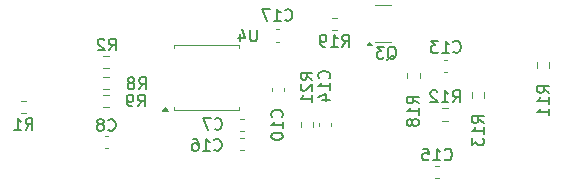
<source format=gbr>
%TF.GenerationSoftware,KiCad,Pcbnew,9.0.4*%
%TF.CreationDate,2025-10-08T21:43:02+01:00*%
%TF.ProjectId,DashcamPower,44617368-6361-46d5-906f-7765722e6b69,rev?*%
%TF.SameCoordinates,Original*%
%TF.FileFunction,Legend,Bot*%
%TF.FilePolarity,Positive*%
%FSLAX46Y46*%
G04 Gerber Fmt 4.6, Leading zero omitted, Abs format (unit mm)*
G04 Created by KiCad (PCBNEW 9.0.4) date 2025-10-08 21:43:02*
%MOMM*%
%LPD*%
G01*
G04 APERTURE LIST*
%ADD10C,0.150000*%
%ADD11C,0.120000*%
G04 APERTURE END LIST*
D10*
X91642857Y-94109580D02*
X91690476Y-94157200D01*
X91690476Y-94157200D02*
X91833333Y-94204819D01*
X91833333Y-94204819D02*
X91928571Y-94204819D01*
X91928571Y-94204819D02*
X92071428Y-94157200D01*
X92071428Y-94157200D02*
X92166666Y-94061961D01*
X92166666Y-94061961D02*
X92214285Y-93966723D01*
X92214285Y-93966723D02*
X92261904Y-93776247D01*
X92261904Y-93776247D02*
X92261904Y-93633390D01*
X92261904Y-93633390D02*
X92214285Y-93442914D01*
X92214285Y-93442914D02*
X92166666Y-93347676D01*
X92166666Y-93347676D02*
X92071428Y-93252438D01*
X92071428Y-93252438D02*
X91928571Y-93204819D01*
X91928571Y-93204819D02*
X91833333Y-93204819D01*
X91833333Y-93204819D02*
X91690476Y-93252438D01*
X91690476Y-93252438D02*
X91642857Y-93300057D01*
X90690476Y-94204819D02*
X91261904Y-94204819D01*
X90976190Y-94204819D02*
X90976190Y-93204819D01*
X90976190Y-93204819D02*
X91071428Y-93347676D01*
X91071428Y-93347676D02*
X91166666Y-93442914D01*
X91166666Y-93442914D02*
X91261904Y-93490533D01*
X90357142Y-93204819D02*
X89690476Y-93204819D01*
X89690476Y-93204819D02*
X90119047Y-94204819D01*
X100295238Y-97500057D02*
X100390476Y-97452438D01*
X100390476Y-97452438D02*
X100485714Y-97357200D01*
X100485714Y-97357200D02*
X100628571Y-97214342D01*
X100628571Y-97214342D02*
X100723809Y-97166723D01*
X100723809Y-97166723D02*
X100819047Y-97166723D01*
X100771428Y-97404819D02*
X100866666Y-97357200D01*
X100866666Y-97357200D02*
X100961904Y-97261961D01*
X100961904Y-97261961D02*
X101009523Y-97071485D01*
X101009523Y-97071485D02*
X101009523Y-96738152D01*
X101009523Y-96738152D02*
X100961904Y-96547676D01*
X100961904Y-96547676D02*
X100866666Y-96452438D01*
X100866666Y-96452438D02*
X100771428Y-96404819D01*
X100771428Y-96404819D02*
X100580952Y-96404819D01*
X100580952Y-96404819D02*
X100485714Y-96452438D01*
X100485714Y-96452438D02*
X100390476Y-96547676D01*
X100390476Y-96547676D02*
X100342857Y-96738152D01*
X100342857Y-96738152D02*
X100342857Y-97071485D01*
X100342857Y-97071485D02*
X100390476Y-97261961D01*
X100390476Y-97261961D02*
X100485714Y-97357200D01*
X100485714Y-97357200D02*
X100580952Y-97404819D01*
X100580952Y-97404819D02*
X100771428Y-97404819D01*
X100009523Y-96404819D02*
X99390476Y-96404819D01*
X99390476Y-96404819D02*
X99723809Y-96785771D01*
X99723809Y-96785771D02*
X99580952Y-96785771D01*
X99580952Y-96785771D02*
X99485714Y-96833390D01*
X99485714Y-96833390D02*
X99438095Y-96881009D01*
X99438095Y-96881009D02*
X99390476Y-96976247D01*
X99390476Y-96976247D02*
X99390476Y-97214342D01*
X99390476Y-97214342D02*
X99438095Y-97309580D01*
X99438095Y-97309580D02*
X99485714Y-97357200D01*
X99485714Y-97357200D02*
X99580952Y-97404819D01*
X99580952Y-97404819D02*
X99866666Y-97404819D01*
X99866666Y-97404819D02*
X99961904Y-97357200D01*
X99961904Y-97357200D02*
X100009523Y-97309580D01*
X93954819Y-99182142D02*
X93478628Y-98848809D01*
X93954819Y-98610714D02*
X92954819Y-98610714D01*
X92954819Y-98610714D02*
X92954819Y-98991666D01*
X92954819Y-98991666D02*
X93002438Y-99086904D01*
X93002438Y-99086904D02*
X93050057Y-99134523D01*
X93050057Y-99134523D02*
X93145295Y-99182142D01*
X93145295Y-99182142D02*
X93288152Y-99182142D01*
X93288152Y-99182142D02*
X93383390Y-99134523D01*
X93383390Y-99134523D02*
X93431009Y-99086904D01*
X93431009Y-99086904D02*
X93478628Y-98991666D01*
X93478628Y-98991666D02*
X93478628Y-98610714D01*
X93050057Y-99563095D02*
X93002438Y-99610714D01*
X93002438Y-99610714D02*
X92954819Y-99705952D01*
X92954819Y-99705952D02*
X92954819Y-99944047D01*
X92954819Y-99944047D02*
X93002438Y-100039285D01*
X93002438Y-100039285D02*
X93050057Y-100086904D01*
X93050057Y-100086904D02*
X93145295Y-100134523D01*
X93145295Y-100134523D02*
X93240533Y-100134523D01*
X93240533Y-100134523D02*
X93383390Y-100086904D01*
X93383390Y-100086904D02*
X93954819Y-99515476D01*
X93954819Y-99515476D02*
X93954819Y-100134523D01*
X93954819Y-101086904D02*
X93954819Y-100515476D01*
X93954819Y-100801190D02*
X92954819Y-100801190D01*
X92954819Y-100801190D02*
X93097676Y-100705952D01*
X93097676Y-100705952D02*
X93192914Y-100610714D01*
X93192914Y-100610714D02*
X93240533Y-100515476D01*
X85666666Y-103359580D02*
X85714285Y-103407200D01*
X85714285Y-103407200D02*
X85857142Y-103454819D01*
X85857142Y-103454819D02*
X85952380Y-103454819D01*
X85952380Y-103454819D02*
X86095237Y-103407200D01*
X86095237Y-103407200D02*
X86190475Y-103311961D01*
X86190475Y-103311961D02*
X86238094Y-103216723D01*
X86238094Y-103216723D02*
X86285713Y-103026247D01*
X86285713Y-103026247D02*
X86285713Y-102883390D01*
X86285713Y-102883390D02*
X86238094Y-102692914D01*
X86238094Y-102692914D02*
X86190475Y-102597676D01*
X86190475Y-102597676D02*
X86095237Y-102502438D01*
X86095237Y-102502438D02*
X85952380Y-102454819D01*
X85952380Y-102454819D02*
X85857142Y-102454819D01*
X85857142Y-102454819D02*
X85714285Y-102502438D01*
X85714285Y-102502438D02*
X85666666Y-102550057D01*
X85333332Y-102454819D02*
X84666666Y-102454819D01*
X84666666Y-102454819D02*
X85095237Y-103454819D01*
X79266666Y-100004819D02*
X79599999Y-99528628D01*
X79838094Y-100004819D02*
X79838094Y-99004819D01*
X79838094Y-99004819D02*
X79457142Y-99004819D01*
X79457142Y-99004819D02*
X79361904Y-99052438D01*
X79361904Y-99052438D02*
X79314285Y-99100057D01*
X79314285Y-99100057D02*
X79266666Y-99195295D01*
X79266666Y-99195295D02*
X79266666Y-99338152D01*
X79266666Y-99338152D02*
X79314285Y-99433390D01*
X79314285Y-99433390D02*
X79361904Y-99481009D01*
X79361904Y-99481009D02*
X79457142Y-99528628D01*
X79457142Y-99528628D02*
X79838094Y-99528628D01*
X78695237Y-99433390D02*
X78790475Y-99385771D01*
X78790475Y-99385771D02*
X78838094Y-99338152D01*
X78838094Y-99338152D02*
X78885713Y-99242914D01*
X78885713Y-99242914D02*
X78885713Y-99195295D01*
X78885713Y-99195295D02*
X78838094Y-99100057D01*
X78838094Y-99100057D02*
X78790475Y-99052438D01*
X78790475Y-99052438D02*
X78695237Y-99004819D01*
X78695237Y-99004819D02*
X78504761Y-99004819D01*
X78504761Y-99004819D02*
X78409523Y-99052438D01*
X78409523Y-99052438D02*
X78361904Y-99100057D01*
X78361904Y-99100057D02*
X78314285Y-99195295D01*
X78314285Y-99195295D02*
X78314285Y-99242914D01*
X78314285Y-99242914D02*
X78361904Y-99338152D01*
X78361904Y-99338152D02*
X78409523Y-99385771D01*
X78409523Y-99385771D02*
X78504761Y-99433390D01*
X78504761Y-99433390D02*
X78695237Y-99433390D01*
X78695237Y-99433390D02*
X78790475Y-99481009D01*
X78790475Y-99481009D02*
X78838094Y-99528628D01*
X78838094Y-99528628D02*
X78885713Y-99623866D01*
X78885713Y-99623866D02*
X78885713Y-99814342D01*
X78885713Y-99814342D02*
X78838094Y-99909580D01*
X78838094Y-99909580D02*
X78790475Y-99957200D01*
X78790475Y-99957200D02*
X78695237Y-100004819D01*
X78695237Y-100004819D02*
X78504761Y-100004819D01*
X78504761Y-100004819D02*
X78409523Y-99957200D01*
X78409523Y-99957200D02*
X78361904Y-99909580D01*
X78361904Y-99909580D02*
X78314285Y-99814342D01*
X78314285Y-99814342D02*
X78314285Y-99623866D01*
X78314285Y-99623866D02*
X78361904Y-99528628D01*
X78361904Y-99528628D02*
X78409523Y-99481009D01*
X78409523Y-99481009D02*
X78504761Y-99433390D01*
X79166666Y-101454819D02*
X79499999Y-100978628D01*
X79738094Y-101454819D02*
X79738094Y-100454819D01*
X79738094Y-100454819D02*
X79357142Y-100454819D01*
X79357142Y-100454819D02*
X79261904Y-100502438D01*
X79261904Y-100502438D02*
X79214285Y-100550057D01*
X79214285Y-100550057D02*
X79166666Y-100645295D01*
X79166666Y-100645295D02*
X79166666Y-100788152D01*
X79166666Y-100788152D02*
X79214285Y-100883390D01*
X79214285Y-100883390D02*
X79261904Y-100931009D01*
X79261904Y-100931009D02*
X79357142Y-100978628D01*
X79357142Y-100978628D02*
X79738094Y-100978628D01*
X78690475Y-101454819D02*
X78499999Y-101454819D01*
X78499999Y-101454819D02*
X78404761Y-101407200D01*
X78404761Y-101407200D02*
X78357142Y-101359580D01*
X78357142Y-101359580D02*
X78261904Y-101216723D01*
X78261904Y-101216723D02*
X78214285Y-101026247D01*
X78214285Y-101026247D02*
X78214285Y-100645295D01*
X78214285Y-100645295D02*
X78261904Y-100550057D01*
X78261904Y-100550057D02*
X78309523Y-100502438D01*
X78309523Y-100502438D02*
X78404761Y-100454819D01*
X78404761Y-100454819D02*
X78595237Y-100454819D01*
X78595237Y-100454819D02*
X78690475Y-100502438D01*
X78690475Y-100502438D02*
X78738094Y-100550057D01*
X78738094Y-100550057D02*
X78785713Y-100645295D01*
X78785713Y-100645295D02*
X78785713Y-100883390D01*
X78785713Y-100883390D02*
X78738094Y-100978628D01*
X78738094Y-100978628D02*
X78690475Y-101026247D01*
X78690475Y-101026247D02*
X78595237Y-101073866D01*
X78595237Y-101073866D02*
X78404761Y-101073866D01*
X78404761Y-101073866D02*
X78309523Y-101026247D01*
X78309523Y-101026247D02*
X78261904Y-100978628D01*
X78261904Y-100978628D02*
X78214285Y-100883390D01*
X108454819Y-102857142D02*
X107978628Y-102523809D01*
X108454819Y-102285714D02*
X107454819Y-102285714D01*
X107454819Y-102285714D02*
X107454819Y-102666666D01*
X107454819Y-102666666D02*
X107502438Y-102761904D01*
X107502438Y-102761904D02*
X107550057Y-102809523D01*
X107550057Y-102809523D02*
X107645295Y-102857142D01*
X107645295Y-102857142D02*
X107788152Y-102857142D01*
X107788152Y-102857142D02*
X107883390Y-102809523D01*
X107883390Y-102809523D02*
X107931009Y-102761904D01*
X107931009Y-102761904D02*
X107978628Y-102666666D01*
X107978628Y-102666666D02*
X107978628Y-102285714D01*
X108454819Y-103809523D02*
X108454819Y-103238095D01*
X108454819Y-103523809D02*
X107454819Y-103523809D01*
X107454819Y-103523809D02*
X107597676Y-103428571D01*
X107597676Y-103428571D02*
X107692914Y-103333333D01*
X107692914Y-103333333D02*
X107740533Y-103238095D01*
X107454819Y-104142857D02*
X107454819Y-104761904D01*
X107454819Y-104761904D02*
X107835771Y-104428571D01*
X107835771Y-104428571D02*
X107835771Y-104571428D01*
X107835771Y-104571428D02*
X107883390Y-104666666D01*
X107883390Y-104666666D02*
X107931009Y-104714285D01*
X107931009Y-104714285D02*
X108026247Y-104761904D01*
X108026247Y-104761904D02*
X108264342Y-104761904D01*
X108264342Y-104761904D02*
X108359580Y-104714285D01*
X108359580Y-104714285D02*
X108407200Y-104666666D01*
X108407200Y-104666666D02*
X108454819Y-104571428D01*
X108454819Y-104571428D02*
X108454819Y-104285714D01*
X108454819Y-104285714D02*
X108407200Y-104190476D01*
X108407200Y-104190476D02*
X108359580Y-104142857D01*
X95359580Y-99082142D02*
X95407200Y-99034523D01*
X95407200Y-99034523D02*
X95454819Y-98891666D01*
X95454819Y-98891666D02*
X95454819Y-98796428D01*
X95454819Y-98796428D02*
X95407200Y-98653571D01*
X95407200Y-98653571D02*
X95311961Y-98558333D01*
X95311961Y-98558333D02*
X95216723Y-98510714D01*
X95216723Y-98510714D02*
X95026247Y-98463095D01*
X95026247Y-98463095D02*
X94883390Y-98463095D01*
X94883390Y-98463095D02*
X94692914Y-98510714D01*
X94692914Y-98510714D02*
X94597676Y-98558333D01*
X94597676Y-98558333D02*
X94502438Y-98653571D01*
X94502438Y-98653571D02*
X94454819Y-98796428D01*
X94454819Y-98796428D02*
X94454819Y-98891666D01*
X94454819Y-98891666D02*
X94502438Y-99034523D01*
X94502438Y-99034523D02*
X94550057Y-99082142D01*
X95454819Y-100034523D02*
X95454819Y-99463095D01*
X95454819Y-99748809D02*
X94454819Y-99748809D01*
X94454819Y-99748809D02*
X94597676Y-99653571D01*
X94597676Y-99653571D02*
X94692914Y-99558333D01*
X94692914Y-99558333D02*
X94740533Y-99463095D01*
X94788152Y-100891666D02*
X95454819Y-100891666D01*
X94407200Y-100653571D02*
X95121485Y-100415476D01*
X95121485Y-100415476D02*
X95121485Y-101034523D01*
X114004819Y-100307142D02*
X113528628Y-99973809D01*
X114004819Y-99735714D02*
X113004819Y-99735714D01*
X113004819Y-99735714D02*
X113004819Y-100116666D01*
X113004819Y-100116666D02*
X113052438Y-100211904D01*
X113052438Y-100211904D02*
X113100057Y-100259523D01*
X113100057Y-100259523D02*
X113195295Y-100307142D01*
X113195295Y-100307142D02*
X113338152Y-100307142D01*
X113338152Y-100307142D02*
X113433390Y-100259523D01*
X113433390Y-100259523D02*
X113481009Y-100211904D01*
X113481009Y-100211904D02*
X113528628Y-100116666D01*
X113528628Y-100116666D02*
X113528628Y-99735714D01*
X114004819Y-101259523D02*
X114004819Y-100688095D01*
X114004819Y-100973809D02*
X113004819Y-100973809D01*
X113004819Y-100973809D02*
X113147676Y-100878571D01*
X113147676Y-100878571D02*
X113242914Y-100783333D01*
X113242914Y-100783333D02*
X113290533Y-100688095D01*
X114004819Y-102211904D02*
X114004819Y-101640476D01*
X114004819Y-101926190D02*
X113004819Y-101926190D01*
X113004819Y-101926190D02*
X113147676Y-101830952D01*
X113147676Y-101830952D02*
X113242914Y-101735714D01*
X113242914Y-101735714D02*
X113290533Y-101640476D01*
X96467857Y-96384819D02*
X96801190Y-95908628D01*
X97039285Y-96384819D02*
X97039285Y-95384819D01*
X97039285Y-95384819D02*
X96658333Y-95384819D01*
X96658333Y-95384819D02*
X96563095Y-95432438D01*
X96563095Y-95432438D02*
X96515476Y-95480057D01*
X96515476Y-95480057D02*
X96467857Y-95575295D01*
X96467857Y-95575295D02*
X96467857Y-95718152D01*
X96467857Y-95718152D02*
X96515476Y-95813390D01*
X96515476Y-95813390D02*
X96563095Y-95861009D01*
X96563095Y-95861009D02*
X96658333Y-95908628D01*
X96658333Y-95908628D02*
X97039285Y-95908628D01*
X95515476Y-96384819D02*
X96086904Y-96384819D01*
X95801190Y-96384819D02*
X95801190Y-95384819D01*
X95801190Y-95384819D02*
X95896428Y-95527676D01*
X95896428Y-95527676D02*
X95991666Y-95622914D01*
X95991666Y-95622914D02*
X96086904Y-95670533D01*
X95039285Y-96384819D02*
X94848809Y-96384819D01*
X94848809Y-96384819D02*
X94753571Y-96337200D01*
X94753571Y-96337200D02*
X94705952Y-96289580D01*
X94705952Y-96289580D02*
X94610714Y-96146723D01*
X94610714Y-96146723D02*
X94563095Y-95956247D01*
X94563095Y-95956247D02*
X94563095Y-95575295D01*
X94563095Y-95575295D02*
X94610714Y-95480057D01*
X94610714Y-95480057D02*
X94658333Y-95432438D01*
X94658333Y-95432438D02*
X94753571Y-95384819D01*
X94753571Y-95384819D02*
X94944047Y-95384819D01*
X94944047Y-95384819D02*
X95039285Y-95432438D01*
X95039285Y-95432438D02*
X95086904Y-95480057D01*
X95086904Y-95480057D02*
X95134523Y-95575295D01*
X95134523Y-95575295D02*
X95134523Y-95813390D01*
X95134523Y-95813390D02*
X95086904Y-95908628D01*
X95086904Y-95908628D02*
X95039285Y-95956247D01*
X95039285Y-95956247D02*
X94944047Y-96003866D01*
X94944047Y-96003866D02*
X94753571Y-96003866D01*
X94753571Y-96003866D02*
X94658333Y-95956247D01*
X94658333Y-95956247D02*
X94610714Y-95908628D01*
X94610714Y-95908628D02*
X94563095Y-95813390D01*
X102954819Y-101207142D02*
X102478628Y-100873809D01*
X102954819Y-100635714D02*
X101954819Y-100635714D01*
X101954819Y-100635714D02*
X101954819Y-101016666D01*
X101954819Y-101016666D02*
X102002438Y-101111904D01*
X102002438Y-101111904D02*
X102050057Y-101159523D01*
X102050057Y-101159523D02*
X102145295Y-101207142D01*
X102145295Y-101207142D02*
X102288152Y-101207142D01*
X102288152Y-101207142D02*
X102383390Y-101159523D01*
X102383390Y-101159523D02*
X102431009Y-101111904D01*
X102431009Y-101111904D02*
X102478628Y-101016666D01*
X102478628Y-101016666D02*
X102478628Y-100635714D01*
X102954819Y-102159523D02*
X102954819Y-101588095D01*
X102954819Y-101873809D02*
X101954819Y-101873809D01*
X101954819Y-101873809D02*
X102097676Y-101778571D01*
X102097676Y-101778571D02*
X102192914Y-101683333D01*
X102192914Y-101683333D02*
X102240533Y-101588095D01*
X102383390Y-102730952D02*
X102335771Y-102635714D01*
X102335771Y-102635714D02*
X102288152Y-102588095D01*
X102288152Y-102588095D02*
X102192914Y-102540476D01*
X102192914Y-102540476D02*
X102145295Y-102540476D01*
X102145295Y-102540476D02*
X102050057Y-102588095D01*
X102050057Y-102588095D02*
X102002438Y-102635714D01*
X102002438Y-102635714D02*
X101954819Y-102730952D01*
X101954819Y-102730952D02*
X101954819Y-102921428D01*
X101954819Y-102921428D02*
X102002438Y-103016666D01*
X102002438Y-103016666D02*
X102050057Y-103064285D01*
X102050057Y-103064285D02*
X102145295Y-103111904D01*
X102145295Y-103111904D02*
X102192914Y-103111904D01*
X102192914Y-103111904D02*
X102288152Y-103064285D01*
X102288152Y-103064285D02*
X102335771Y-103016666D01*
X102335771Y-103016666D02*
X102383390Y-102921428D01*
X102383390Y-102921428D02*
X102383390Y-102730952D01*
X102383390Y-102730952D02*
X102431009Y-102635714D01*
X102431009Y-102635714D02*
X102478628Y-102588095D01*
X102478628Y-102588095D02*
X102573866Y-102540476D01*
X102573866Y-102540476D02*
X102764342Y-102540476D01*
X102764342Y-102540476D02*
X102859580Y-102588095D01*
X102859580Y-102588095D02*
X102907200Y-102635714D01*
X102907200Y-102635714D02*
X102954819Y-102730952D01*
X102954819Y-102730952D02*
X102954819Y-102921428D01*
X102954819Y-102921428D02*
X102907200Y-103016666D01*
X102907200Y-103016666D02*
X102859580Y-103064285D01*
X102859580Y-103064285D02*
X102764342Y-103111904D01*
X102764342Y-103111904D02*
X102573866Y-103111904D01*
X102573866Y-103111904D02*
X102478628Y-103064285D01*
X102478628Y-103064285D02*
X102431009Y-103016666D01*
X102431009Y-103016666D02*
X102383390Y-102921428D01*
X105142857Y-105929580D02*
X105190476Y-105977200D01*
X105190476Y-105977200D02*
X105333333Y-106024819D01*
X105333333Y-106024819D02*
X105428571Y-106024819D01*
X105428571Y-106024819D02*
X105571428Y-105977200D01*
X105571428Y-105977200D02*
X105666666Y-105881961D01*
X105666666Y-105881961D02*
X105714285Y-105786723D01*
X105714285Y-105786723D02*
X105761904Y-105596247D01*
X105761904Y-105596247D02*
X105761904Y-105453390D01*
X105761904Y-105453390D02*
X105714285Y-105262914D01*
X105714285Y-105262914D02*
X105666666Y-105167676D01*
X105666666Y-105167676D02*
X105571428Y-105072438D01*
X105571428Y-105072438D02*
X105428571Y-105024819D01*
X105428571Y-105024819D02*
X105333333Y-105024819D01*
X105333333Y-105024819D02*
X105190476Y-105072438D01*
X105190476Y-105072438D02*
X105142857Y-105120057D01*
X104190476Y-106024819D02*
X104761904Y-106024819D01*
X104476190Y-106024819D02*
X104476190Y-105024819D01*
X104476190Y-105024819D02*
X104571428Y-105167676D01*
X104571428Y-105167676D02*
X104666666Y-105262914D01*
X104666666Y-105262914D02*
X104761904Y-105310533D01*
X103285714Y-105024819D02*
X103761904Y-105024819D01*
X103761904Y-105024819D02*
X103809523Y-105501009D01*
X103809523Y-105501009D02*
X103761904Y-105453390D01*
X103761904Y-105453390D02*
X103666666Y-105405771D01*
X103666666Y-105405771D02*
X103428571Y-105405771D01*
X103428571Y-105405771D02*
X103333333Y-105453390D01*
X103333333Y-105453390D02*
X103285714Y-105501009D01*
X103285714Y-105501009D02*
X103238095Y-105596247D01*
X103238095Y-105596247D02*
X103238095Y-105834342D01*
X103238095Y-105834342D02*
X103285714Y-105929580D01*
X103285714Y-105929580D02*
X103333333Y-105977200D01*
X103333333Y-105977200D02*
X103428571Y-106024819D01*
X103428571Y-106024819D02*
X103666666Y-106024819D01*
X103666666Y-106024819D02*
X103761904Y-105977200D01*
X103761904Y-105977200D02*
X103809523Y-105929580D01*
X91359580Y-102357142D02*
X91407200Y-102309523D01*
X91407200Y-102309523D02*
X91454819Y-102166666D01*
X91454819Y-102166666D02*
X91454819Y-102071428D01*
X91454819Y-102071428D02*
X91407200Y-101928571D01*
X91407200Y-101928571D02*
X91311961Y-101833333D01*
X91311961Y-101833333D02*
X91216723Y-101785714D01*
X91216723Y-101785714D02*
X91026247Y-101738095D01*
X91026247Y-101738095D02*
X90883390Y-101738095D01*
X90883390Y-101738095D02*
X90692914Y-101785714D01*
X90692914Y-101785714D02*
X90597676Y-101833333D01*
X90597676Y-101833333D02*
X90502438Y-101928571D01*
X90502438Y-101928571D02*
X90454819Y-102071428D01*
X90454819Y-102071428D02*
X90454819Y-102166666D01*
X90454819Y-102166666D02*
X90502438Y-102309523D01*
X90502438Y-102309523D02*
X90550057Y-102357142D01*
X91454819Y-103309523D02*
X91454819Y-102738095D01*
X91454819Y-103023809D02*
X90454819Y-103023809D01*
X90454819Y-103023809D02*
X90597676Y-102928571D01*
X90597676Y-102928571D02*
X90692914Y-102833333D01*
X90692914Y-102833333D02*
X90740533Y-102738095D01*
X90454819Y-103928571D02*
X90454819Y-104023809D01*
X90454819Y-104023809D02*
X90502438Y-104119047D01*
X90502438Y-104119047D02*
X90550057Y-104166666D01*
X90550057Y-104166666D02*
X90645295Y-104214285D01*
X90645295Y-104214285D02*
X90835771Y-104261904D01*
X90835771Y-104261904D02*
X91073866Y-104261904D01*
X91073866Y-104261904D02*
X91264342Y-104214285D01*
X91264342Y-104214285D02*
X91359580Y-104166666D01*
X91359580Y-104166666D02*
X91407200Y-104119047D01*
X91407200Y-104119047D02*
X91454819Y-104023809D01*
X91454819Y-104023809D02*
X91454819Y-103928571D01*
X91454819Y-103928571D02*
X91407200Y-103833333D01*
X91407200Y-103833333D02*
X91359580Y-103785714D01*
X91359580Y-103785714D02*
X91264342Y-103738095D01*
X91264342Y-103738095D02*
X91073866Y-103690476D01*
X91073866Y-103690476D02*
X90835771Y-103690476D01*
X90835771Y-103690476D02*
X90645295Y-103738095D01*
X90645295Y-103738095D02*
X90550057Y-103785714D01*
X90550057Y-103785714D02*
X90502438Y-103833333D01*
X90502438Y-103833333D02*
X90454819Y-103928571D01*
X89261904Y-94954819D02*
X89261904Y-95764342D01*
X89261904Y-95764342D02*
X89214285Y-95859580D01*
X89214285Y-95859580D02*
X89166666Y-95907200D01*
X89166666Y-95907200D02*
X89071428Y-95954819D01*
X89071428Y-95954819D02*
X88880952Y-95954819D01*
X88880952Y-95954819D02*
X88785714Y-95907200D01*
X88785714Y-95907200D02*
X88738095Y-95859580D01*
X88738095Y-95859580D02*
X88690476Y-95764342D01*
X88690476Y-95764342D02*
X88690476Y-94954819D01*
X87785714Y-95288152D02*
X87785714Y-95954819D01*
X88023809Y-94907200D02*
X88261904Y-95621485D01*
X88261904Y-95621485D02*
X87642857Y-95621485D01*
X85642857Y-105109580D02*
X85690476Y-105157200D01*
X85690476Y-105157200D02*
X85833333Y-105204819D01*
X85833333Y-105204819D02*
X85928571Y-105204819D01*
X85928571Y-105204819D02*
X86071428Y-105157200D01*
X86071428Y-105157200D02*
X86166666Y-105061961D01*
X86166666Y-105061961D02*
X86214285Y-104966723D01*
X86214285Y-104966723D02*
X86261904Y-104776247D01*
X86261904Y-104776247D02*
X86261904Y-104633390D01*
X86261904Y-104633390D02*
X86214285Y-104442914D01*
X86214285Y-104442914D02*
X86166666Y-104347676D01*
X86166666Y-104347676D02*
X86071428Y-104252438D01*
X86071428Y-104252438D02*
X85928571Y-104204819D01*
X85928571Y-104204819D02*
X85833333Y-104204819D01*
X85833333Y-104204819D02*
X85690476Y-104252438D01*
X85690476Y-104252438D02*
X85642857Y-104300057D01*
X84690476Y-105204819D02*
X85261904Y-105204819D01*
X84976190Y-105204819D02*
X84976190Y-104204819D01*
X84976190Y-104204819D02*
X85071428Y-104347676D01*
X85071428Y-104347676D02*
X85166666Y-104442914D01*
X85166666Y-104442914D02*
X85261904Y-104490533D01*
X83833333Y-104204819D02*
X84023809Y-104204819D01*
X84023809Y-104204819D02*
X84119047Y-104252438D01*
X84119047Y-104252438D02*
X84166666Y-104300057D01*
X84166666Y-104300057D02*
X84261904Y-104442914D01*
X84261904Y-104442914D02*
X84309523Y-104633390D01*
X84309523Y-104633390D02*
X84309523Y-105014342D01*
X84309523Y-105014342D02*
X84261904Y-105109580D01*
X84261904Y-105109580D02*
X84214285Y-105157200D01*
X84214285Y-105157200D02*
X84119047Y-105204819D01*
X84119047Y-105204819D02*
X83928571Y-105204819D01*
X83928571Y-105204819D02*
X83833333Y-105157200D01*
X83833333Y-105157200D02*
X83785714Y-105109580D01*
X83785714Y-105109580D02*
X83738095Y-105014342D01*
X83738095Y-105014342D02*
X83738095Y-104776247D01*
X83738095Y-104776247D02*
X83785714Y-104681009D01*
X83785714Y-104681009D02*
X83833333Y-104633390D01*
X83833333Y-104633390D02*
X83928571Y-104585771D01*
X83928571Y-104585771D02*
X84119047Y-104585771D01*
X84119047Y-104585771D02*
X84214285Y-104633390D01*
X84214285Y-104633390D02*
X84261904Y-104681009D01*
X84261904Y-104681009D02*
X84309523Y-104776247D01*
X69666666Y-103454819D02*
X69999999Y-102978628D01*
X70238094Y-103454819D02*
X70238094Y-102454819D01*
X70238094Y-102454819D02*
X69857142Y-102454819D01*
X69857142Y-102454819D02*
X69761904Y-102502438D01*
X69761904Y-102502438D02*
X69714285Y-102550057D01*
X69714285Y-102550057D02*
X69666666Y-102645295D01*
X69666666Y-102645295D02*
X69666666Y-102788152D01*
X69666666Y-102788152D02*
X69714285Y-102883390D01*
X69714285Y-102883390D02*
X69761904Y-102931009D01*
X69761904Y-102931009D02*
X69857142Y-102978628D01*
X69857142Y-102978628D02*
X70238094Y-102978628D01*
X68714285Y-103454819D02*
X69285713Y-103454819D01*
X68999999Y-103454819D02*
X68999999Y-102454819D01*
X68999999Y-102454819D02*
X69095237Y-102597676D01*
X69095237Y-102597676D02*
X69190475Y-102692914D01*
X69190475Y-102692914D02*
X69285713Y-102740533D01*
X76666666Y-103429580D02*
X76714285Y-103477200D01*
X76714285Y-103477200D02*
X76857142Y-103524819D01*
X76857142Y-103524819D02*
X76952380Y-103524819D01*
X76952380Y-103524819D02*
X77095237Y-103477200D01*
X77095237Y-103477200D02*
X77190475Y-103381961D01*
X77190475Y-103381961D02*
X77238094Y-103286723D01*
X77238094Y-103286723D02*
X77285713Y-103096247D01*
X77285713Y-103096247D02*
X77285713Y-102953390D01*
X77285713Y-102953390D02*
X77238094Y-102762914D01*
X77238094Y-102762914D02*
X77190475Y-102667676D01*
X77190475Y-102667676D02*
X77095237Y-102572438D01*
X77095237Y-102572438D02*
X76952380Y-102524819D01*
X76952380Y-102524819D02*
X76857142Y-102524819D01*
X76857142Y-102524819D02*
X76714285Y-102572438D01*
X76714285Y-102572438D02*
X76666666Y-102620057D01*
X76095237Y-102953390D02*
X76190475Y-102905771D01*
X76190475Y-102905771D02*
X76238094Y-102858152D01*
X76238094Y-102858152D02*
X76285713Y-102762914D01*
X76285713Y-102762914D02*
X76285713Y-102715295D01*
X76285713Y-102715295D02*
X76238094Y-102620057D01*
X76238094Y-102620057D02*
X76190475Y-102572438D01*
X76190475Y-102572438D02*
X76095237Y-102524819D01*
X76095237Y-102524819D02*
X75904761Y-102524819D01*
X75904761Y-102524819D02*
X75809523Y-102572438D01*
X75809523Y-102572438D02*
X75761904Y-102620057D01*
X75761904Y-102620057D02*
X75714285Y-102715295D01*
X75714285Y-102715295D02*
X75714285Y-102762914D01*
X75714285Y-102762914D02*
X75761904Y-102858152D01*
X75761904Y-102858152D02*
X75809523Y-102905771D01*
X75809523Y-102905771D02*
X75904761Y-102953390D01*
X75904761Y-102953390D02*
X76095237Y-102953390D01*
X76095237Y-102953390D02*
X76190475Y-103001009D01*
X76190475Y-103001009D02*
X76238094Y-103048628D01*
X76238094Y-103048628D02*
X76285713Y-103143866D01*
X76285713Y-103143866D02*
X76285713Y-103334342D01*
X76285713Y-103334342D02*
X76238094Y-103429580D01*
X76238094Y-103429580D02*
X76190475Y-103477200D01*
X76190475Y-103477200D02*
X76095237Y-103524819D01*
X76095237Y-103524819D02*
X75904761Y-103524819D01*
X75904761Y-103524819D02*
X75809523Y-103477200D01*
X75809523Y-103477200D02*
X75761904Y-103429580D01*
X75761904Y-103429580D02*
X75714285Y-103334342D01*
X75714285Y-103334342D02*
X75714285Y-103143866D01*
X75714285Y-103143866D02*
X75761904Y-103048628D01*
X75761904Y-103048628D02*
X75809523Y-103001009D01*
X75809523Y-103001009D02*
X75904761Y-102953390D01*
X105842857Y-101104819D02*
X106176190Y-100628628D01*
X106414285Y-101104819D02*
X106414285Y-100104819D01*
X106414285Y-100104819D02*
X106033333Y-100104819D01*
X106033333Y-100104819D02*
X105938095Y-100152438D01*
X105938095Y-100152438D02*
X105890476Y-100200057D01*
X105890476Y-100200057D02*
X105842857Y-100295295D01*
X105842857Y-100295295D02*
X105842857Y-100438152D01*
X105842857Y-100438152D02*
X105890476Y-100533390D01*
X105890476Y-100533390D02*
X105938095Y-100581009D01*
X105938095Y-100581009D02*
X106033333Y-100628628D01*
X106033333Y-100628628D02*
X106414285Y-100628628D01*
X104890476Y-101104819D02*
X105461904Y-101104819D01*
X105176190Y-101104819D02*
X105176190Y-100104819D01*
X105176190Y-100104819D02*
X105271428Y-100247676D01*
X105271428Y-100247676D02*
X105366666Y-100342914D01*
X105366666Y-100342914D02*
X105461904Y-100390533D01*
X104509523Y-100200057D02*
X104461904Y-100152438D01*
X104461904Y-100152438D02*
X104366666Y-100104819D01*
X104366666Y-100104819D02*
X104128571Y-100104819D01*
X104128571Y-100104819D02*
X104033333Y-100152438D01*
X104033333Y-100152438D02*
X103985714Y-100200057D01*
X103985714Y-100200057D02*
X103938095Y-100295295D01*
X103938095Y-100295295D02*
X103938095Y-100390533D01*
X103938095Y-100390533D02*
X103985714Y-100533390D01*
X103985714Y-100533390D02*
X104557142Y-101104819D01*
X104557142Y-101104819D02*
X103938095Y-101104819D01*
X105892857Y-96809580D02*
X105940476Y-96857200D01*
X105940476Y-96857200D02*
X106083333Y-96904819D01*
X106083333Y-96904819D02*
X106178571Y-96904819D01*
X106178571Y-96904819D02*
X106321428Y-96857200D01*
X106321428Y-96857200D02*
X106416666Y-96761961D01*
X106416666Y-96761961D02*
X106464285Y-96666723D01*
X106464285Y-96666723D02*
X106511904Y-96476247D01*
X106511904Y-96476247D02*
X106511904Y-96333390D01*
X106511904Y-96333390D02*
X106464285Y-96142914D01*
X106464285Y-96142914D02*
X106416666Y-96047676D01*
X106416666Y-96047676D02*
X106321428Y-95952438D01*
X106321428Y-95952438D02*
X106178571Y-95904819D01*
X106178571Y-95904819D02*
X106083333Y-95904819D01*
X106083333Y-95904819D02*
X105940476Y-95952438D01*
X105940476Y-95952438D02*
X105892857Y-96000057D01*
X104940476Y-96904819D02*
X105511904Y-96904819D01*
X105226190Y-96904819D02*
X105226190Y-95904819D01*
X105226190Y-95904819D02*
X105321428Y-96047676D01*
X105321428Y-96047676D02*
X105416666Y-96142914D01*
X105416666Y-96142914D02*
X105511904Y-96190533D01*
X104607142Y-95904819D02*
X103988095Y-95904819D01*
X103988095Y-95904819D02*
X104321428Y-96285771D01*
X104321428Y-96285771D02*
X104178571Y-96285771D01*
X104178571Y-96285771D02*
X104083333Y-96333390D01*
X104083333Y-96333390D02*
X104035714Y-96381009D01*
X104035714Y-96381009D02*
X103988095Y-96476247D01*
X103988095Y-96476247D02*
X103988095Y-96714342D01*
X103988095Y-96714342D02*
X104035714Y-96809580D01*
X104035714Y-96809580D02*
X104083333Y-96857200D01*
X104083333Y-96857200D02*
X104178571Y-96904819D01*
X104178571Y-96904819D02*
X104464285Y-96904819D01*
X104464285Y-96904819D02*
X104559523Y-96857200D01*
X104559523Y-96857200D02*
X104607142Y-96809580D01*
X76716666Y-96704819D02*
X77049999Y-96228628D01*
X77288094Y-96704819D02*
X77288094Y-95704819D01*
X77288094Y-95704819D02*
X76907142Y-95704819D01*
X76907142Y-95704819D02*
X76811904Y-95752438D01*
X76811904Y-95752438D02*
X76764285Y-95800057D01*
X76764285Y-95800057D02*
X76716666Y-95895295D01*
X76716666Y-95895295D02*
X76716666Y-96038152D01*
X76716666Y-96038152D02*
X76764285Y-96133390D01*
X76764285Y-96133390D02*
X76811904Y-96181009D01*
X76811904Y-96181009D02*
X76907142Y-96228628D01*
X76907142Y-96228628D02*
X77288094Y-96228628D01*
X76335713Y-95800057D02*
X76288094Y-95752438D01*
X76288094Y-95752438D02*
X76192856Y-95704819D01*
X76192856Y-95704819D02*
X75954761Y-95704819D01*
X75954761Y-95704819D02*
X75859523Y-95752438D01*
X75859523Y-95752438D02*
X75811904Y-95800057D01*
X75811904Y-95800057D02*
X75764285Y-95895295D01*
X75764285Y-95895295D02*
X75764285Y-95990533D01*
X75764285Y-95990533D02*
X75811904Y-96133390D01*
X75811904Y-96133390D02*
X76383332Y-96704819D01*
X76383332Y-96704819D02*
X75764285Y-96704819D01*
D11*
%TO.C,C17*%
X90834420Y-95960000D02*
X91115580Y-95960000D01*
X90834420Y-94940000D02*
X91115580Y-94940000D01*
%TO.C,Q3*%
X99937500Y-92890000D02*
X99287500Y-92890000D01*
X99937500Y-92890000D02*
X100587500Y-92890000D01*
X99937500Y-96010000D02*
X99287500Y-96010000D01*
X99937500Y-96010000D02*
X100587500Y-96010000D01*
X99015000Y-96290000D02*
X98535000Y-96290000D01*
X98775000Y-95960000D01*
X99015000Y-96290000D01*
G36*
X99015000Y-96290000D02*
G01*
X98535000Y-96290000D01*
X98775000Y-95960000D01*
X99015000Y-96290000D01*
G37*
%TO.C,R21*%
X92977500Y-103237258D02*
X92977500Y-102762742D01*
X94022500Y-103237258D02*
X94022500Y-102762742D01*
%TO.C,C7*%
X87859420Y-102490000D02*
X88140580Y-102490000D01*
X87859420Y-103510000D02*
X88140580Y-103510000D01*
%TO.C,R8*%
X76262742Y-98977500D02*
X76737258Y-98977500D01*
X76262742Y-100022500D02*
X76737258Y-100022500D01*
%TO.C,R9*%
X76737258Y-100477500D02*
X76262742Y-100477500D01*
X76737258Y-101522500D02*
X76262742Y-101522500D01*
%TO.C,R13*%
X107477500Y-100262742D02*
X107477500Y-100737258D01*
X108522500Y-100262742D02*
X108522500Y-100737258D01*
%TO.C,C14*%
X94490000Y-102859420D02*
X94490000Y-103140580D01*
X95510000Y-102859420D02*
X95510000Y-103140580D01*
%TO.C,R11*%
X112927500Y-97712742D02*
X112927500Y-98187258D01*
X113972500Y-97712742D02*
X113972500Y-98187258D01*
%TO.C,R19*%
X95587742Y-93977500D02*
X96062258Y-93977500D01*
X95587742Y-95022500D02*
X96062258Y-95022500D01*
%TO.C,R18*%
X101977500Y-99062258D02*
X101977500Y-98587742D01*
X103022500Y-99062258D02*
X103022500Y-98587742D01*
%TO.C,C15*%
X104640580Y-106490000D02*
X104359420Y-106490000D01*
X104640580Y-107510000D02*
X104359420Y-107510000D01*
%TO.C,C10*%
X90490000Y-100140580D02*
X90490000Y-99859420D01*
X91510000Y-100140580D02*
X91510000Y-99859420D01*
%TO.C,U4*%
X82240000Y-96240000D02*
X82240000Y-96510000D01*
X82240000Y-101760000D02*
X82240000Y-101490000D01*
X85000000Y-96240000D02*
X82240000Y-96240000D01*
X85000000Y-96240000D02*
X87760000Y-96240000D01*
X85000000Y-101760000D02*
X82240000Y-101760000D01*
X85000000Y-101760000D02*
X87760000Y-101760000D01*
X87760000Y-96240000D02*
X87760000Y-96510000D01*
X87760000Y-101760000D02*
X87760000Y-101490000D01*
X81715000Y-101820000D02*
X81235000Y-101820000D01*
X81475000Y-101490000D01*
X81715000Y-101820000D01*
G36*
X81715000Y-101820000D02*
G01*
X81235000Y-101820000D01*
X81475000Y-101490000D01*
X81715000Y-101820000D01*
G37*
%TO.C,C16*%
X87859420Y-104090000D02*
X88140580Y-104090000D01*
X87859420Y-105110000D02*
X88140580Y-105110000D01*
%TO.C,R1*%
X69737258Y-100977500D02*
X69262742Y-100977500D01*
X69737258Y-102022500D02*
X69262742Y-102022500D01*
%TO.C,C8*%
X76640580Y-103990000D02*
X76359420Y-103990000D01*
X76640580Y-105010000D02*
X76359420Y-105010000D01*
%TO.C,R12*%
X104962742Y-101627500D02*
X105437258Y-101627500D01*
X104962742Y-102672500D02*
X105437258Y-102672500D01*
%TO.C,C13*%
X105084420Y-97490000D02*
X105365580Y-97490000D01*
X105084420Y-98510000D02*
X105365580Y-98510000D01*
%TO.C,R2*%
X76262742Y-97177500D02*
X76737258Y-97177500D01*
X76262742Y-98222500D02*
X76737258Y-98222500D01*
%TD*%
M02*

</source>
